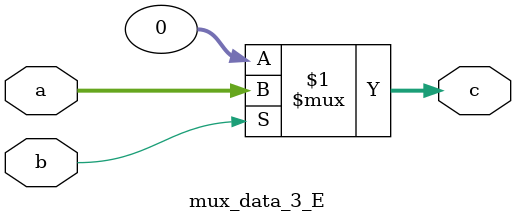
<source format=v>
`timescale 1ns / 1ps
module mux_data_3_E(
    input [31:0] a,
    input b,
    output [31:0] c
    );
	 assign c = (b)? a:0;

endmodule

</source>
